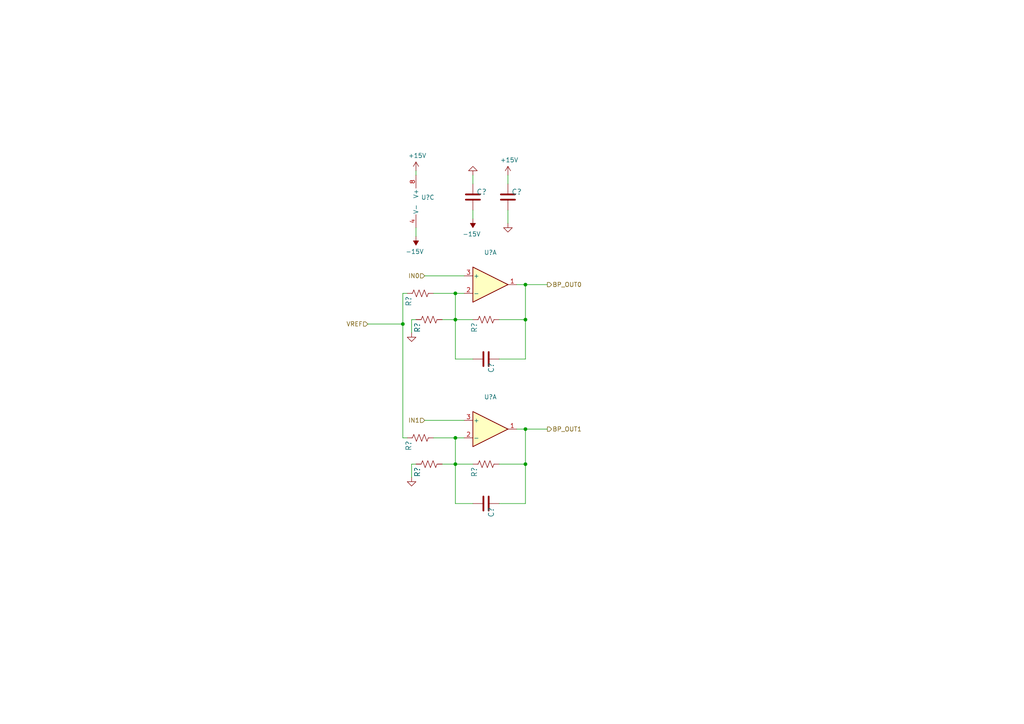
<source format=kicad_sch>
(kicad_sch (version 20211123) (generator eeschema)
  (paper "A4")
  (lib_symbols
    (symbol "Amplifier_Operational:OPA2156xD" (pin_names (offset 0.127))
      (property "Reference" "U" (at 2.54 6.35 0))
      (property "Value" "OPA2156xD" (at 2.54 3.81 0))
      (symbol "OPA2156xD_1_1"
        (polyline (pts (xy 5.08 0) (xy -5.08 5.08) (xy -5.08 -5.08) (xy 5.08 0)) (stroke (width 0.254)) (fill (type background)))
        (pin output line (at 7.62 0 180) (length 2.54) (name "~") (number "1"))
        (pin input line (at -7.62 -2.54 0) (length 2.54) (name "-") (number "2"))
        (pin input line (at -7.62 2.54 0) (length 2.54) (name "+") (number "3"))
      )
      (symbol "OPA2156xD_2_1"
        (polyline (pts (xy 5.08 0) (xy -5.08 5.08) (xy -5.08 -5.08) (xy 5.08 0)) (stroke (width 0.254)) (fill (type background)))
        (pin input line (at -7.62 2.54 0) (length 2.54) (name "+") (number "5"))
        (pin input line (at -7.62 -2.54 0) (length 2.54) (name "-") (number "6"))
        (pin output line (at 7.62 0 180) (length 2.54) (name "~") (number "7"))
      )
      (symbol "OPA2156xD_3_1"
        (pin power_in line (at 0 -7.62 90) (length 3.81) (name "V-") (number "4"))
        (pin power_in line (at 0 7.62 270) (length 3.81) (name "V+") (number "8"))
      )
    )
    (symbol "Device:C" (pin_numbers hide) (pin_names (offset 0.254))
      (property "Reference" "C" (at 0.635 2.54 0))
      (property "Value" "C" (at 0.635 -2.54 0))
      (symbol "C_0_1"
        (polyline (pts (xy -2.032 -0.762) (xy 2.032 -0.762)) (stroke (width 0.508)))
        (polyline (pts (xy -2.032 0.762) (xy 2.032 0.762)) (stroke (width 0.508)))
      )
      (symbol "C_1_1"
        (pin passive line (at 0 3.81 270) (length 2.794) (name "~") (number "1"))
        (pin passive line (at 0 -3.81 90) (length 2.794) (name "~") (number "2"))
      )
    )
    (symbol "Device:R_US" (pin_numbers hide) (pin_names (offset 0))
      (property "Reference" "R" (at 2.54 0 90))
      (property "Value" "R_US" (at -2.54 0 90))
      (symbol "R_US_0_1"
        (polyline (pts (xy 0 -2.286) (xy 0 -2.54)))
        (polyline (pts (xy 0 2.286) (xy 0 2.54)))
        (polyline (pts (xy 0 -0.762) (xy 1.016 -1.143) (xy 0 -1.524) (xy -1.016 -1.905) (xy 0 -2.286)))
        (polyline (pts (xy 0 0.762) (xy 1.016 0.381) (xy 0 0) (xy -1.016 -0.381) (xy 0 -0.762)))
        (polyline (pts (xy 0 2.286) (xy 1.016 1.905) (xy 0 1.524) (xy -1.016 1.143) (xy 0 0.762)))
      )
      (symbol "R_US_1_1"
        (pin passive line (at 0 3.81 270) (length 1.27) (name "~") (number "1"))
        (pin passive line (at 0 -3.81 90) (length 1.27) (name "~") (number "2"))
      )
    )
    (symbol "power:+15V" (power) (pin_names (offset 0))
      (property "Value" "+15V" (at 0 3.556 0))
      (symbol "+15V_0_1"
        (polyline (pts (xy -0.762 1.27) (xy 0 2.54)))
        (polyline (pts (xy 0 0) (xy 0 2.54)))
        (polyline (pts (xy 0 2.54) (xy 0.762 1.27)))
      )
      (symbol "+15V_1_1"
        (pin power_in line (at 0 0 90) (length 0) hide (name "+15V") (number "1"))
      )
    )
    (symbol "power:-15V" (power) (pin_names (offset 0))
      (property "Value" "-15V" (at 0 3.81 0))
      (symbol "-15V_0_0"
        (pin power_in line (at 0 0 90) (length 0) hide (name "-15V") (number "1"))
      )
      (symbol "-15V_0_1"
        (polyline (pts (xy 0 0) (xy 0 1.27) (xy 0.762 1.27) (xy 0 2.54) (xy -0.762 1.27) (xy 0 1.27)) (fill (type outline)))
      )
    )
    (symbol "power:GND" (power) (pin_names (offset 0))
      (property "Value" "GND" (at 0 -3.81 0))
      (symbol "GND_0_1"
        (polyline (pts (xy 0 0) (xy 0 -1.27) (xy 1.27 -1.27) (xy 0 -2.54) (xy -1.27 -1.27) (xy 0 -1.27)))
      )
      (symbol "GND_1_1"
        (pin power_in line (at 0 0 270) (length 0) hide (name "GND") (number "1"))
      )
    )
  )
  (junction (at 152.4 124.46))
  (junction (at 152.4 92.71))
  (junction (at 116.84 93.98))
  (junction (at 132.08 85.09))
  (junction (at 152.4 134.62))
  (junction (at 152.4 82.55))
  (junction (at 132.08 127))
  (junction (at 132.08 134.62))
  (junction (at 132.08 92.71))
  (wire (pts (xy 119.38 138.43) (xy 119.38 134.62)))
  (wire (pts (xy 116.84 85.09) (xy 118.11 85.09)))
  (wire (pts (xy 147.32 64.77) (xy 147.32 60.96)))
  (wire (pts (xy 144.78 92.71) (xy 152.4 92.71)))
  (wire (pts (xy 132.08 85.09) (xy 125.73 85.09)))
  (wire (pts (xy 137.16 134.62) (xy 132.08 134.62)))
  (wire (pts (xy 144.78 134.62) (xy 152.4 134.62)))
  (wire (pts (xy 147.32 50.8) (xy 147.32 53.34)))
  (wire (pts (xy 119.38 92.71) (xy 120.65 92.71)))
  (wire (pts (xy 137.16 104.14) (xy 132.08 104.14)))
  (wire (pts (xy 158.75 82.55) (xy 152.4 82.55)))
  (wire (pts (xy 128.27 134.62) (xy 132.08 134.62)))
  (wire (pts (xy 152.4 124.46) (xy 149.86 124.46)))
  (wire (pts (xy 120.65 68.58) (xy 120.65 66.04)))
  (wire (pts (xy 119.38 96.52) (xy 119.38 92.71)))
  (wire (pts (xy 116.84 85.09) (xy 116.84 93.98)))
  (wire (pts (xy 132.08 134.62) (xy 132.08 127)))
  (wire (pts (xy 137.16 50.8) (xy 137.16 53.34)))
  (wire (pts (xy 134.62 127) (xy 132.08 127)))
  (wire (pts (xy 120.65 49.53) (xy 120.65 50.8)))
  (wire (pts (xy 132.08 127) (xy 125.73 127)))
  (wire (pts (xy 137.16 63.5) (xy 137.16 60.96)))
  (wire (pts (xy 152.4 92.71) (xy 152.4 82.55)))
  (wire (pts (xy 134.62 80.01) (xy 123.19 80.01)))
  (wire (pts (xy 132.08 104.14) (xy 132.08 92.71)))
  (wire (pts (xy 106.68 93.98) (xy 116.84 93.98)))
  (wire (pts (xy 132.08 146.05) (xy 132.08 134.62)))
  (wire (pts (xy 152.4 104.14) (xy 152.4 92.71)))
  (wire (pts (xy 134.62 85.09) (xy 132.08 85.09)))
  (wire (pts (xy 134.62 121.92) (xy 123.19 121.92)))
  (wire (pts (xy 132.08 92.71) (xy 132.08 85.09)))
  (wire (pts (xy 119.38 134.62) (xy 120.65 134.62)))
  (wire (pts (xy 152.4 82.55) (xy 149.86 82.55)))
  (wire (pts (xy 116.84 127) (xy 118.11 127)))
  (wire (pts (xy 116.84 93.98) (xy 116.84 127)))
  (wire (pts (xy 152.4 146.05) (xy 152.4 134.62)))
  (wire (pts (xy 137.16 146.05) (xy 132.08 146.05)))
  (wire (pts (xy 152.4 134.62) (xy 152.4 124.46)))
  (wire (pts (xy 128.27 92.71) (xy 132.08 92.71)))
  (wire (pts (xy 152.4 124.46) (xy 158.75 124.46)))
  (wire (pts (xy 144.78 146.05) (xy 152.4 146.05)))
  (wire (pts (xy 137.16 92.71) (xy 132.08 92.71)))
  (wire (pts (xy 144.78 104.14) (xy 152.4 104.14)))
  (hierarchical_label "BP_OUT0" (shape output) (at 158.75 82.55 0))
  (hierarchical_label "IN0" (shape input) (at 123.19 80.01 180))
  (hierarchical_label "VREF" (shape input) (at 106.68 93.98 180))
  (hierarchical_label "BP_OUT1" (shape output) (at 158.75 124.46 0))
  (hierarchical_label "IN1" (shape input) (at 123.19 121.92 180))
  (symbol (lib_id "Device:C") (at 140.97 104.14 270) (unit 1)
    (property "Reference" "C?" (at 141.605 105.156 0) (effects (font (size 1.4986 1.4986)) (justify left bottom)))
    (property "Manf#" "CL10C050CB81PNC" (effects hide))
    (property "Manufacturer_Name" "Panasonic" (effects hide))
    (property "Tolerance" "0.25pF" (effects hide))
    (property "voltage" "50" (effects hide))
  )
  (symbol (lib_id "Device:C") (at 140.97 146.05 270) (unit 1)
    (property "Reference" "C?" (at 141.605 147.066 0) (effects (font (size 1.4986 1.4986)) (justify left bottom)))
    (property "Manf#" "CL10C050CB81PNC" (effects hide))
    (property "Manufacturer_Name" "Panasonic" (effects hide))
    (property "Tolerance" "0.25pF" (effects hide))
    (property "voltage" "50" (effects hide))
  )
  (symbol (lib_id "Amplifier_Operational:OPA2156xD") (at 142.24 82.55 0) (unit 1)
    (property "Reference" "U?" (at 142.24 73.2282 0))
    (property "Datasheet" "https://www.ti.com/lit/ds/symlink/opa2156.pdf" (effects hide))
    (property "Manf#" "OPA2156IDR" (effects hide))
  )
  (symbol (lib_id "Device:R_US") (at 121.92 85.09 90) (unit 1)
    (property "Reference" "R?" (at 119.38 88.9 0) (effects (font (size 1.4986 1.4986)) (justify left bottom)))
    (property "Manf#" "RC0603FR-0710kL" (effects hide))
    (property "Power" "0.1W" (effects hide))
    (property "Tolerance" "1%" (effects hide))
  )
  (symbol (lib_id "Amplifier_Operational:OPA2156xD") (at 120.65 58.42 0) (unit 3)
    (property "Reference" "U?" (at 122.1232 57.2516 0) (effects (justify left)))
    (property "Datasheet" "https://www.ti.com/lit/ds/symlink/opa2156.pdf" (effects hide))
    (property "Manf#" "OPA2156IDR" (effects hide))
  )
  (symbol (lib_id "Device:R_US") (at 124.46 92.71 90) (unit 1)
    (property "Reference" "R?" (at 121.92 96.52 0) (effects (font (size 1.4986 1.4986)) (justify left bottom)))
    (property "Manf#" "RC0603FR-0730k1L" (effects hide))
    (property "Power" "0.1W" (effects hide))
    (property "Tolerance" "1%" (effects hide))
  )
  (symbol (lib_id "power:GND") (at 119.38 96.52 0) (unit 1)
    (property "Reference" "#GND?" (effects hide))
  )
  (symbol (lib_id "Device:R_US") (at 140.97 92.71 90) (unit 1)
    (property "Reference" "R?" (at 138.43 96.52 0) (effects (font (size 1.4986 1.4986)) (justify left bottom)))
    (property "Manf#" "RC0603FR-0715kL" (effects hide))
  )
  (symbol (lib_id "Amplifier_Operational:OPA2156xD") (at 142.24 124.46 0) (unit 1)
    (property "Reference" "U?" (at 142.24 115.1382 0))
    (property "Datasheet" "https://www.ti.com/lit/ds/symlink/opa2156.pdf" (effects hide))
    (property "Manf#" "OPA2156IDR" (effects hide))
  )
  (symbol (lib_id "Device:R_US") (at 121.92 127 90) (unit 1)
    (property "Reference" "R?" (at 119.38 130.81 0) (effects (font (size 1.4986 1.4986)) (justify left bottom)))
    (property "Manf#" "RC0603FR-0710kL" (effects hide))
    (property "Power" "0.1W" (effects hide))
    (property "Tolerance" "1%" (effects hide))
  )
  (symbol (lib_id "Device:R_US") (at 124.46 134.62 90) (unit 1)
    (property "Reference" "R?" (at 121.92 138.43 0) (effects (font (size 1.4986 1.4986)) (justify left bottom)))
    (property "Manf#" "RC0603FR-0730k1L" (effects hide))
    (property "Power" "0.1W" (effects hide))
    (property "Tolerance" "1%" (effects hide))
  )
  (symbol (lib_id "power:GND") (at 119.38 138.43 0) (unit 1)
    (property "Reference" "#GND?" (effects hide))
  )
  (symbol (lib_id "Device:R_US") (at 140.97 134.62 90) (unit 1)
    (property "Reference" "R?" (at 138.43 138.43 0) (effects (font (size 1.4986 1.4986)) (justify left bottom)))
    (property "Manf#" "RC0603FR-0715kL" (effects hide))
  )
  (symbol (lib_id "power:+15V") (at 120.65 49.53 0) (unit 1)
    (property "Reference" "#PWR?" (effects hide))
  )
  (symbol (lib_id "power:-15V") (at 120.65 68.58 180) (unit 1)
    (property "Reference" "#PWR?" (effects hide))
  )
  (symbol (lib_id "Device:C") (at 137.16 57.15 0) (unit 1)
    (property "Reference" "C?" (at 138.176 56.515 0) (effects (font (size 1.4986 1.4986)) (justify left bottom)))
    (property "Manf#" "CL10B104KA8NFNC" (effects hide))
    (property "Manufacturer_Name" "Samsung" (effects hide))
    (property "Tolerance" "10%" (effects hide))
    (property "voltage" "25" (effects hide))
  )
  (symbol (lib_id "Device:C") (at 147.32 57.15 0) (unit 1)
    (property "Reference" "C?" (at 148.336 56.515 0) (effects (font (size 1.4986 1.4986)) (justify left bottom)))
    (property "Manf#" "CL10B104KA8NFNC" (effects hide))
    (property "Manufacturer_Name" "Samsung" (effects hide))
    (property "Tolerance" "10%" (effects hide))
    (property "voltage" "25" (effects hide))
  )
  (symbol (lib_id "power:-15V") (at 137.16 63.5 180) (unit 1)
    (property "Reference" "#PWR?" (effects hide))
  )
  (symbol (lib_id "power:GND") (at 137.16 50.8 180) (unit 1)
    (property "Reference" "#GND?" (effects hide))
  )
  (symbol (lib_id "power:+15V") (at 147.32 50.8 0) (unit 1)
    (property "Reference" "#PWR?" (effects hide))
  )
  (symbol (lib_id "power:GND") (at 147.32 64.77 0) (unit 1)
    (property "Reference" "#GND?" (effects hide))
  )
)
</source>
